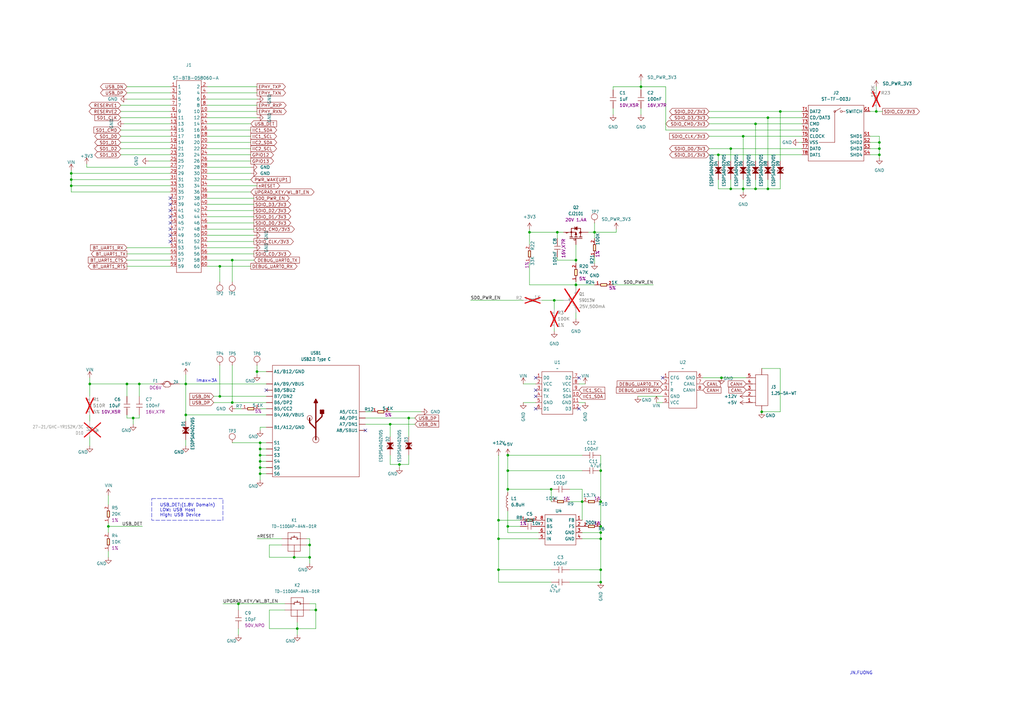
<source format=kicad_sch>
(kicad_sch (version 20231120) (generator "eeschema") (generator_version "8.0")
  (paper "A3")
  (junction (at 360.68 58.42))
  (junction (at 243.84 95.25))
  (junction (at 120.65 228.6))
  (junction (at 95.25 165.1))
  (junction (at 304.8 55.88))
  (junction (at 246.38 233.68))
  (junction (at 294.64 63.5))
  (junction (at 127 223.52))
  (junction (at 76.2 170.18))
  (junction (at 312.42 168.91))
  (junction (at 97.79 247.65))
  (junction (at 29.21 71.12))
  (junction (at 246.38 220.98))
  (junction (at 299.72 60.96))
  (junction (at 359.41 45.72))
  (junction (at 217.17 95.25))
  (junction (at 44.45 215.9))
  (junction (at 160.02 173.99))
  (junction (at 320.04 45.72))
  (junction (at 163.83 190.5))
  (junction (at 106.68 184.15))
  (junction (at 208.28 186.69))
  (junction (at 167.64 171.45))
  (junction (at 106.68 194.31))
  (junction (at 106.68 181.61))
  (junction (at 360.68 63.5))
  (junction (at 106.68 191.77))
  (junction (at 262.89 35.56))
  (junction (at 208.28 200.66))
  (junction (at 127 228.6))
  (junction (at 208.28 193.04))
  (junction (at 295.91 154.94))
  (junction (at 246.38 193.04))
  (junction (at 52.07 157.48))
  (junction (at 90.17 162.56))
  (junction (at 304.8 77.47))
  (junction (at 90.17 109.22))
  (junction (at 106.68 189.23))
  (junction (at 309.88 77.47))
  (junction (at 360.68 60.96))
  (junction (at 314.96 48.26))
  (junction (at 106.68 186.69))
  (junction (at 121.92 257.81))
  (junction (at 76.2 157.48))
  (junction (at 54.61 171.45))
  (junction (at 204.47 220.98))
  (junction (at 204.47 213.36))
  (junction (at 309.88 50.8))
  (junction (at 29.21 73.66))
  (junction (at 227.33 123.19))
  (junction (at 29.21 76.2))
  (junction (at 228.6 95.25))
  (junction (at 105.41 152.4))
  (junction (at 246.38 218.44))
  (junction (at 204.47 233.68))
  (junction (at 236.22 106.68))
  (junction (at 36.83 157.48))
  (junction (at 129.54 250.19))
  (junction (at 238.76 205.74))
  (junction (at 246.38 215.9))
  (junction (at 299.72 77.47))
  (junction (at 95.25 106.68))
  (junction (at 226.06 200.66))
  (junction (at 208.28 215.9))
  (junction (at 314.96 77.47))
  (junction (at 246.38 238.76))
  (junction (at 236.22 116.84))
  (junction (at 246.38 205.74))
  (junction (at 57.15 157.48))
  (no_connect (at 219.71 160.02))
  (no_connect (at 271.78 154.94))
  (no_connect (at 69.85 81.28))
  (no_connect (at 69.85 93.98))
  (no_connect (at 149.86 176.53))
  (no_connect (at 237.49 167.64))
  (no_connect (at 219.71 162.56))
  (no_connect (at 69.85 86.36))
  (no_connect (at 69.85 83.82))
  (no_connect (at 69.85 91.44))
  (no_connect (at 219.71 167.64))
  (no_connect (at 237.49 154.94))
  (no_connect (at 69.85 88.9))
  (no_connect (at 109.22 160.02))
  (no_connect (at 69.85 99.06))
  (no_connect (at 69.85 96.52))
  (no_connect (at 219.71 154.94))
  (wire (pts (xy 328.93 53.34) (xy 273.05 53.34)))
  (wire (pts (xy 299.72 77.47) (xy 304.8 77.47)))
  (wire (pts (xy 29.21 71.12) (xy 29.21 73.66)))
  (wire (pts (xy 299.72 60.96) (xy 299.72 66.04)))
  (wire (pts (xy 304.8 77.47) (xy 304.8 78.74)))
  (wire (pts (xy 104.14 93.98) (xy 85.09 93.98)))
  (wire (pts (xy 273.05 35.56) (xy 262.89 35.56)))
  (wire (pts (xy 106.68 167.64) (xy 109.22 167.64)))
  (wire (pts (xy 76.2 180.34) (xy 76.2 182.88)))
  (wire (pts (xy 320.04 151.13) (xy 320.04 168.91)))
  (wire (pts (xy 90.17 162.56) (xy 109.22 162.56)))
  (wire (pts (xy 226.06 238.76) (xy 204.47 238.76)))
  (wire (pts (xy 208.28 215.9) (xy 213.36 215.9)))
  (wire (pts (xy 106.68 184.15) (xy 106.68 186.69)))
  (wire (pts (xy 90.17 109.22) (xy 102.87 109.22)))
  (wire (pts (xy 110.49 257.81) (xy 121.92 257.81)))
  (wire (pts (xy 97.79 247.65) (xy 97.79 250.19)))
  (wire (pts (xy 290.83 45.72) (xy 320.04 45.72)))
  (wire (pts (xy 208.28 200.66) (xy 226.06 200.66)))
  (wire (pts (xy 246.38 220.98) (xy 238.76 220.98)))
  (wire (pts (xy 105.41 152.4) (xy 105.41 153.67)))
  (wire (pts (xy 217.17 95.25) (xy 228.6 95.25)))
  (wire (pts (xy 85.09 71.12) (xy 102.87 71.12)))
  (wire (pts (xy 104.14 91.44) (xy 85.09 91.44)))
  (wire (pts (xy 49.53 45.72) (xy 69.85 45.72)))
  (wire (pts (xy 241.3 95.25) (xy 243.84 95.25)))
  (wire (pts (xy 57.15 157.48) (xy 57.15 162.56)))
  (wire (pts (xy 97.79 257.81) (xy 97.79 260.35)))
  (wire (pts (xy 127 220.98) (xy 127 223.52)))
  (wire (pts (xy 320.04 45.72) (xy 320.04 66.04)))
  (wire (pts (xy 106.68 175.26) (xy 106.68 176.53)))
  (wire (pts (xy 356.87 60.96) (xy 360.68 60.96)))
  (wire (pts (xy 115.57 223.52) (xy 110.49 223.52)))
  (wire (pts (xy 246.38 218.44) (xy 246.38 220.98)))
  (wire (pts (xy 44.45 214.63) (xy 44.45 215.9)))
  (wire (pts (xy 295.91 154.94) (xy 306.07 154.94)))
  (wire (pts (xy 208.28 193.04) (xy 238.76 193.04)))
  (wire (pts (xy 294.64 63.5) (xy 328.93 63.5)))
  (wire (pts (xy 251.46 35.56) (xy 251.46 36.83)))
  (wire (pts (xy 44.45 226.06) (xy 44.45 228.6)))
  (wire (pts (xy 233.68 238.76) (xy 246.38 238.76)))
  (wire (pts (xy 36.83 170.18) (xy 36.83 172.72)))
  (wire (pts (xy 73.66 157.48) (xy 76.2 157.48)))
  (wire (pts (xy 290.83 55.88) (xy 304.8 55.88)))
  (wire (pts (xy 204.47 186.69) (xy 204.47 213.36)))
  (wire (pts (xy 163.83 190.5) (xy 167.64 190.5)))
  (wire (pts (xy 359.41 44.45) (xy 359.41 45.72)))
  (wire (pts (xy 95.25 165.1) (xy 109.22 165.1)))
  (wire (pts (xy 95.25 149.86) (xy 95.25 165.1)))
  (wire (pts (xy 304.8 55.88) (xy 304.8 66.04)))
  (wire (pts (xy 76.2 157.48) (xy 109.22 157.48)))
  (wire (pts (xy 359.41 35.56) (xy 359.41 36.83)))
  (wire (pts (xy 76.2 153.67) (xy 76.2 157.48)))
  (wire (pts (xy 109.22 181.61) (xy 106.68 181.61)))
  (wire (pts (xy 95.25 106.68) (xy 95.25 115.57)))
  (wire (pts (xy 90.17 149.86) (xy 90.17 162.56)))
  (wire (pts (xy 240.03 165.1) (xy 237.49 165.1)))
  (wire (pts (xy 109.22 191.77) (xy 106.68 191.77)))
  (wire (pts (xy 121.92 257.81) (xy 121.92 255.27)))
  (wire (pts (xy 127 250.19) (xy 129.54 250.19)))
  (wire (pts (xy 320.04 168.91) (xy 312.42 168.91)))
  (wire (pts (xy 110.49 223.52) (xy 110.49 228.6)))
  (wire (pts (xy 105.41 35.56) (xy 85.09 35.56)))
  (wire (pts (xy 104.14 88.9) (xy 85.09 88.9)))
  (wire (pts (xy 360.68 58.42) (xy 360.68 60.96)))
  (wire (pts (xy 105.41 43.18) (xy 85.09 43.18)))
  (wire (pts (xy 294.64 63.5) (xy 294.64 66.04)))
  (wire (pts (xy 356.87 58.42) (xy 360.68 58.42)))
  (wire (pts (xy 102.87 73.66) (xy 85.09 73.66)))
  (wire (pts (xy 304.8 55.88) (xy 328.93 55.88)))
  (wire (pts (xy 52.07 38.1) (xy 69.85 38.1)))
  (wire (pts (xy 167.64 171.45) (xy 170.18 171.45)))
  (wire (pts (xy 160.02 186.69) (xy 160.02 190.5)))
  (wire (pts (xy 314.96 48.26) (xy 314.96 66.04)))
  (wire (pts (xy 104.14 86.36) (xy 85.09 86.36)))
  (wire (pts (xy 85.09 109.22) (xy 90.17 109.22)))
  (wire (pts (xy 243.84 95.25) (xy 243.84 97.79)))
  (wire (pts (xy 320.04 77.47) (xy 320.04 73.66)))
  (wire (pts (xy 356.87 45.72) (xy 359.41 45.72)))
  (wire (pts (xy 104.14 83.82) (xy 85.09 83.82)))
  (wire (pts (xy 29.21 71.12) (xy 69.85 71.12)))
  (wire (pts (xy 251.46 116.84) (xy 267.97 116.84)))
  (wire (pts (xy 102.87 58.42) (xy 85.09 58.42)))
  (wire (pts (xy 90.17 109.22) (xy 90.17 115.57)))
  (wire (pts (xy 227.33 134.62) (xy 227.33 135.89)))
  (wire (pts (xy 204.47 213.36) (xy 213.36 213.36)))
  (wire (pts (xy 87.63 165.1) (xy 95.25 165.1)))
  (wire (pts (xy 309.88 73.66) (xy 309.88 77.47)))
  (wire (pts (xy 204.47 213.36) (xy 204.47 220.98)))
  (wire (pts (xy 294.64 77.47) (xy 299.72 77.47)))
  (wire (pts (xy 76.2 170.18) (xy 76.2 157.48)))
  (wire (pts (xy 149.86 173.99) (xy 160.02 173.99)))
  (wire (pts (xy 106.68 189.23) (xy 106.68 191.77)))
  (wire (pts (xy 91.44 247.65) (xy 97.79 247.65)))
  (wire (pts (xy 208.28 218.44) (xy 208.28 215.9)))
  (wire (pts (xy 246.38 186.69) (xy 246.38 193.04)))
  (wire (pts (xy 314.96 77.47) (xy 320.04 77.47)))
  (wire (pts (xy 243.84 95.25) (xy 252.73 95.25)))
  (wire (pts (xy 127 228.6) (xy 127 223.52)))
  (wire (pts (xy 110.49 250.19) (xy 110.49 257.81)))
  (wire (pts (xy 121.92 257.81) (xy 121.92 260.35)))
  (wire (pts (xy 116.84 250.19) (xy 110.49 250.19)))
  (wire (pts (xy 290.83 63.5) (xy 294.64 63.5)))
  (wire (pts (xy 29.21 73.66) (xy 69.85 73.66)))
  (wire (pts (xy 214.63 157.48) (xy 219.71 157.48)))
  (wire (pts (xy 120.65 228.6) (xy 127 228.6)))
  (wire (pts (xy 204.47 233.68) (xy 226.06 233.68)))
  (wire (pts (xy 238.76 186.69) (xy 208.28 186.69)))
  (wire (pts (xy 102.87 53.34) (xy 85.09 53.34)))
  (wire (pts (xy 97.79 247.65) (xy 116.84 247.65)))
  (wire (pts (xy 217.17 93.98) (xy 217.17 95.25)))
  (wire (pts (xy 96.52 167.64) (xy 99.06 167.64)))
  (wire (pts (xy 208.28 200.66) (xy 208.28 193.04)))
  (wire (pts (xy 269.24 165.1) (xy 271.78 165.1)))
  (wire (pts (xy 309.88 77.47) (xy 314.96 77.47)))
  (wire (pts (xy 163.83 190.5) (xy 163.83 191.77)))
  (wire (pts (xy 220.98 218.44) (xy 208.28 218.44)))
  (wire (pts (xy 327.66 58.42) (xy 328.93 58.42)))
  (wire (pts (xy 127 223.52) (xy 125.73 223.52)))
  (wire (pts (xy 246.38 218.44) (xy 238.76 218.44)))
  (wire (pts (xy 54.61 171.45) (xy 57.15 171.45)))
  (wire (pts (xy 356.87 63.5) (xy 360.68 63.5)))
  (wire (pts (xy 85.09 66.04) (xy 102.87 66.04)))
  (wire (pts (xy 106.68 191.77) (xy 106.68 194.31)))
  (wire (pts (xy 104.14 81.28) (xy 85.09 81.28)))
  (wire (pts (xy 261.62 162.56) (xy 271.78 162.56)))
  (wire (pts (xy 204.47 220.98) (xy 220.98 220.98)))
  (wire (pts (xy 29.21 69.85) (xy 29.21 71.12)))
  (wire (pts (xy 304.8 73.66) (xy 304.8 77.47)))
  (wire (pts (xy 106.68 184.15) (xy 109.22 184.15)))
  (wire (pts (xy 262.89 44.45) (xy 262.89 46.99)))
  (wire (pts (xy 87.63 162.56) (xy 90.17 162.56)))
  (wire (pts (xy 105.41 40.64) (xy 85.09 40.64)))
  (wire (pts (xy 127 228.6) (xy 127 231.14)))
  (wire (pts (xy 167.64 190.5) (xy 167.64 186.69)))
  (wire (pts (xy 240.03 157.48) (xy 237.49 157.48)))
  (wire (pts (xy 109.22 175.26) (xy 106.68 175.26)))
  (wire (pts (xy 35.56 67.31) (xy 35.56 68.58)))
  (wire (pts (xy 290.83 48.26) (xy 314.96 48.26)))
  (wire (pts (xy 44.45 215.9) (xy 44.45 218.44)))
  (wire (pts (xy 85.09 68.58) (xy 102.87 68.58)))
  (wire (pts (xy 52.07 170.18) (xy 52.07 171.45)))
  (wire (pts (xy 309.88 50.8) (xy 309.88 66.04)))
  (wire (pts (xy 95.25 106.68) (xy 104.14 106.68)))
  (wire (pts (xy 208.28 186.69) (xy 208.28 193.04)))
  (wire (pts (xy 57.15 171.45) (xy 57.15 170.18)))
  (wire (pts (xy 238.76 205.74) (xy 238.76 213.36)))
  (wire (pts (xy 217.17 116.84) (xy 236.22 116.84)))
  (wire (pts (xy 127 247.65) (xy 129.54 247.65)))
  (wire (pts (xy 236.22 106.68) (xy 236.22 107.95)))
  (wire (pts (xy 49.53 58.42) (xy 69.85 58.42)))
  (wire (pts (xy 129.54 257.81) (xy 121.92 257.81)))
  (wire (pts (xy 273.05 53.34) (xy 273.05 35.56)))
  (wire (pts (xy 52.07 106.68) (xy 69.85 106.68)))
  (wire (pts (xy 233.68 233.68) (xy 246.38 233.68)))
  (wire (pts (xy 314.96 48.26) (xy 328.93 48.26)))
  (wire (pts (xy 228.6 95.25) (xy 228.6 97.79)))
  (wire (pts (xy 236.22 128.27) (xy 236.22 130.81)))
  (wire (pts (xy 129.54 247.65) (xy 129.54 250.19)))
  (wire (pts (xy 360.68 55.88) (xy 360.68 58.42)))
  (wire (pts (xy 217.17 95.25) (xy 217.17 100.33)))
  (wire (pts (xy 246.38 215.9) (xy 246.38 218.44)))
  (wire (pts (xy 106.68 181.61) (xy 106.68 184.15)))
  (wire (pts (xy 320.04 45.72) (xy 328.93 45.72)))
  (wire (pts (xy 105.41 149.86) (xy 105.41 152.4)))
  (wire (pts (xy 238.76 205.74) (xy 233.68 205.74)))
  (wire (pts (xy 243.84 105.41) (xy 243.84 107.95)))
  (wire (pts (xy 236.22 100.33) (xy 236.22 106.68)))
  (wire (pts (xy 262.89 33.02) (xy 262.89 35.56)))
  (wire (pts (xy 49.53 55.88) (xy 69.85 55.88)))
  (wire (pts (xy 149.86 168.91) (xy 152.4 168.91)))
  (wire (pts (xy 105.41 38.1) (xy 85.09 38.1)))
  (wire (pts (xy 95.25 181.61) (xy 106.68 181.61)))
  (wire (pts (xy 243.84 91.44) (xy 243.84 95.25)))
  (wire (pts (xy 105.41 76.2) (xy 85.09 76.2)))
  (wire (pts (xy 304.8 77.47) (xy 309.88 77.47)))
  (wire (pts (xy 125.73 220.98) (xy 127 220.98)))
  (wire (pts (xy 160.02 190.5) (xy 163.83 190.5)))
  (wire (pts (xy 226.06 200.66) (xy 226.06 205.74)))
  (wire (pts (xy 290.83 60.96) (xy 299.72 60.96)))
  (wire (pts (xy 106.68 186.69) (xy 106.68 189.23)))
  (wire (pts (xy 102.87 60.96) (xy 85.09 60.96)))
  (wire (pts (xy 110.49 228.6) (xy 120.65 228.6)))
  (wire (pts (xy 102.87 55.88) (xy 85.09 55.88)))
  (wire (pts (xy 52.07 162.56) (xy 52.07 157.48)))
  (wire (pts (xy 129.54 250.19) (xy 129.54 257.81)))
  (wire (pts (xy 60.96 66.04) (xy 69.85 66.04)))
  (wire (pts (xy 295.91 154.94) (xy 288.29 154.94)))
  (wire (pts (xy 228.6 105.41) (xy 228.6 106.68)))
  (wire (pts (xy 104.14 101.6) (xy 85.09 101.6)))
  (wire (pts (xy 52.07 35.56) (xy 69.85 35.56)))
  (wire (pts (xy 314.96 73.66) (xy 314.96 77.47)))
  (wire (pts (xy 52.07 40.64) (xy 69.85 40.64)))
  (wire (pts (xy 217.17 107.95) (xy 217.17 116.84)))
  (wire (pts (xy 160.02 173.99) (xy 170.18 173.99)))
  (wire (pts (xy 290.83 50.8) (xy 309.88 50.8)))
  (wire (pts (xy 85.09 106.68) (xy 95.25 106.68)))
  (wire (pts (xy 214.63 165.1) (xy 219.71 165.1)))
  (wire (pts (xy 246.38 205.74) (xy 246.38 215.9)))
  (wire (pts (xy 246.38 238.76) (xy 246.38 233.68)))
  (wire (pts (xy 29.21 76.2) (xy 29.21 78.74)))
  (wire (pts (xy 309.88 50.8) (xy 328.93 50.8)))
  (wire (pts (xy 246.38 193.04) (xy 246.38 205.74)))
  (wire (pts (xy 104.14 99.06) (xy 85.09 99.06)))
  (wire (pts (xy 85.09 63.5) (xy 102.87 63.5)))
  (wire (pts (xy 167.64 171.45) (xy 167.64 179.07)))
  (wire (pts (xy 109.22 170.18) (xy 76.2 170.18)))
  (wire (pts (xy 29.21 78.74) (xy 69.85 78.74)))
  (wire (pts (xy 360.68 63.5) (xy 360.68 64.77)))
  (wire (pts (xy 105.41 48.26) (xy 85.09 48.26)))
  (wire (pts (xy 299.72 60.96) (xy 328.93 60.96)))
  (wire (pts (xy 36.83 157.48) (xy 52.07 157.48)))
  (wire (pts (xy 246.38 220.98) (xy 246.38 233.68)))
  (wire (pts (xy 356.87 55.88) (xy 360.68 55.88)))
  (wire (pts (xy 44.45 215.9) (xy 58.42 215.9)))
  (wire (pts (xy 35.56 68.58) (xy 69.85 68.58)))
  (wire (pts (xy 44.45 203.2) (xy 44.45 207.01)))
  (wire (pts (xy 222.25 123.19) (xy 227.33 123.19)))
  (wire (pts (xy 252.73 93.98) (xy 252.73 95.25)))
  (wire (pts (xy 109.22 194.31) (xy 106.68 194.31)))
  (wire (pts (xy 236.22 115.57) (xy 236.22 116.84)))
  (wire (pts (xy 106.68 194.31) (xy 106.68 196.85)))
  (wire (pts (xy 160.02 173.99) (xy 160.02 179.07)))
  (wire (pts (xy 105.41 220.98) (xy 115.57 220.98)))
  (wire (pts (xy 231.14 95.25) (xy 228.6 95.25)))
  (wire (pts (xy 29.21 76.2) (xy 69.85 76.2)))
  (wire (pts (xy 359.41 45.72) (xy 361.95 45.72)))
  (wire (pts (xy 52.07 157.48) (xy 57.15 157.48)))
  (wire (pts (xy 104.14 96.52) (xy 85.09 96.52)))
  (wire (pts (xy 238.76 205.74) (xy 238.76 200.66)))
  (wire (pts (xy 109.22 189.23) (xy 106.68 189.23)))
  (wire (pts (xy 251.46 44.45) (xy 251.46 46.99)))
  (wire (pts (xy 262.89 35.56) (xy 251.46 35.56)))
  (wire (pts (xy 262.89 35.56) (xy 262.89 36.83)))
  (wire (pts (xy 76.2 170.18) (xy 76.2 172.72)))
  (wire (pts (xy 299.72 73.66) (xy 299.72 77.47)))
  (wire (pts (xy 52.07 171.45) (xy 54.61 171.45)))
  (wire (pts (xy 227.33 123.19) (xy 231.14 123.19)))
  (wire (pts (xy 204.47 220.98) (xy 204.47 233.68)))
  (wire (pts (xy 49.53 60.96) (xy 69.85 60.96)))
  (wire (pts (xy 36.83 179.07) (xy 36.83 182.88)))
  (wire (pts (xy 106.68 186.69) (xy 109.22 186.69)))
  (wire (pts (xy 57.15 157.48) (xy 63.5 157.48)))
  (wire (pts (xy 102.87 50.8) (xy 85.09 50.8)))
  (wire (pts (xy 228.6 106.68) (xy 236.22 106.68)))
  (wire (pts (xy 36.83 154.94) (xy 36.83 157.48)))
  (wire (pts (xy 102.87 78.74) (xy 85.09 78.74)))
  (wire (pts (xy 312.42 151.13) (xy 320.04 151.13)))
  (wire (pts (xy 52.07 101.6) (xy 69.85 101.6)))
  (wire (pts (xy 49.53 48.26) (xy 69.85 48.26)))
  (wire (pts (xy 29.21 73.66) (xy 29.21 76.2)))
  (wire (pts (xy 49.53 53.34) (xy 69.85 53.34)))
  (wire (pts (xy 236.22 116.84) (xy 236.22 118.11)))
  (wire (pts (xy 227.33 123.19) (xy 227.33 127)))
  (wire (pts (xy 193.04 123.19) (xy 214.63 123.19)))
  (wire (pts (xy 208.28 201.93) (xy 208.28 200.66)))
  (wire (pts (xy 105.41 45.72) (xy 85.09 45.72)))
  (wire (pts (xy 54.61 171.45) (xy 54.61 173.99)))
  (wire (pts (xy 360.68 60.96) (xy 360.68 63.5)))
  (wire (pts (xy 52.07 104.14) (xy 69.85 104.14)))
  (wire (pts (xy 149.86 171.45) (xy 167.64 171.45)))
  (wire (pts (xy 50.8 50.8) (xy 69.85 50.8)))
  (wire (pts (xy 236.22 116.84) (xy 243.84 116.84)))
  (wire (pts (xy 160.02 168.91) (xy 172.72 168.91)))
  (wire (pts (xy 208.28 209.55) (xy 208.28 215.9)))
  (wire (pts (xy 69.85 43.18) (xy 49.53 43.18)))
  (wire (pts (xy 294.64 73.66) (xy 294.64 77.47)))
  (wire (pts (xy 49.53 63.5) (xy 69.85 63.5)))
  (wire (pts (xy 36.83 157.48) (xy 36.83 162.56)))
  (wire (pts (xy 109.22 152.4) (xy 105.41 152.4)))
  (wire (pts (xy 204.47 238.76) (xy 204.47 233.68)))
  (wire (pts (xy 238.76 200.66) (xy 233.68 200.66)))
  (wire (pts (xy 104.14 104.14) (xy 85.09 104.14)))
  (wire (pts (xy 52.07 109.22) (xy 69.85 109.22)))
  (rectangle (start 62.23 204.47) (end 91.44 213.36) (stroke (width 0) (type dash)))
  (text "JN.FUONG" (at 348.488 276.86 0) (effects (font (size 1.27 1.27)) (justify left bottom)))
  (text "USB_DET:(1.8V Domain)\nLOW: USB Host\nHigh: USB Device" (at 65.532 209.296 0) (effects (font (size 1.27 1.27)) (justify left)))
  (text "Imax=3A\n" (at 80.518 156.972 0) (effects (font (size 1.27 1.27)) (justify left bottom)))
  (label "SD0_PWR_EN" (at 267.97 116.84 180))
  (label "SD0_PWR_EN" (at 193.04 123.19 0))
  (label "nRESET" (at 105.41 220.98 0))
  (label "USB_DET" (at 58.42 215.9 180))
  (label "UPGRAD_KEY{slash}WL_BT_EN" (at 91.44 247.65 0))
  (global_label "EPHY_RXP" (shape output) (at 105.41 43.18 0) (property "Intersheetrefs" "${INTERSHEET_REFS}" (effects (hide yes))))
  (global_label "USB_DP" (shape input) (at 170.18 171.45 0) (property "Intersheetrefs" "${INTERSHEET_REFS}" (effects (hide yes))))
  (global_label "USB_DN" (shape input) (at 87.63 162.56 180) (property "Intersheetrefs" "${INTERSHEET_REFS}" (effects (hide yes))))
  (global_label "IIC1_SCL" (shape output) (at 102.87 55.88 0) (property "Intersheetrefs" "${INTERSHEET_REFS}" (effects (hide yes))))
  (global_label "CANL" (shape input) (at 306.07 160.02 180) (property "Intersheetrefs" "${INTERSHEET_REFS}" (effects (hide yes))))
  (global_label "IIC2_SCL" (shape output) (at 102.87 60.96 0) (property "Intersheetrefs" "${INTERSHEET_REFS}" (effects (hide yes))))
  (global_label "SDIO_CLK{slash}3V3" (shape input) (at 290.83 55.88 180) (property "Intersheetrefs" "${INTERSHEET_REFS}" (effects (hide yes))))
  (global_label "IIC1_SCL" (shape input) (at 237.49 160.02 0) (property "Intersheetrefs" "${INTERSHEET_REFS}" (effects (hide yes))))
  (global_label "IIC1_SDA" (shape output) (at 102.87 53.34 0) (property "Intersheetrefs" "${INTERSHEET_REFS}" (effects (hide yes))))
  (global_label "BT_UART1_RTS" (shape output) (at 52.07 109.22 180) (property "Intersheetrefs" "${INTERSHEET_REFS}" (effects (hide yes))))
  (global_label "USB_DN" (shape input) (at 170.18 173.99 0) (property "Intersheetrefs" "${INTERSHEET_REFS}" (effects (hide yes))))
  (global_label "BT_UART1_TX" (shape output) (at 52.07 104.14 180) (property "Intersheetrefs" "${INTERSHEET_REFS}" (effects (hide yes))))
  (global_label "USB_DN" (shape bidirectional) (at 52.07 35.56 180) (property "Intersheetrefs" "${INTERSHEET_REFS}" (effects (hide yes))))
  (global_label "SDIO_D3{slash}3V3" (shape output) (at 104.14 83.82 0) (property "Intersheetrefs" "${INTERSHEET_REFS}" (effects (hide yes))))
  (global_label "IIC2_SDA" (shape output) (at 102.87 58.42 0) (property "Intersheetrefs" "${INTERSHEET_REFS}" (effects (hide yes))))
  (global_label "SDIO_CMD{slash}3V3" (shape bidirectional) (at 290.83 50.8 180) (property "Intersheetrefs" "${INTERSHEET_REFS}" (effects (hide yes))))
  (global_label "nRESET" (shape output) (at 105.41 76.2 0) (property "Intersheetrefs" "${INTERSHEET_REFS}" (effects (hide yes))))
  (global_label "SD1_D3" (shape bidirectional) (at 49.53 63.5 180) (property "Intersheetrefs" "${INTERSHEET_REFS}" (effects (hide yes))))
  (global_label "SD0_PWR_EN" (shape output) (at 104.14 81.28 0) (property "Intersheetrefs" "${INTERSHEET_REFS}" (effects (hide yes))))
  (global_label "RESERVE1" (shape bidirectional) (at 49.53 43.18 180) (property "Intersheetrefs" "${INTERSHEET_REFS}" (effects (hide yes))))
  (global_label "IIC1_SDA" (shape input) (at 237.49 162.56 0) (property "Intersheetrefs" "${INTERSHEET_REFS}" (effects (hide yes))))
  (global_label "CANH" (shape input) (at 288.29 160.02 0) (property "Intersheetrefs" "${INTERSHEET_REFS}" (effects (hide yes))))
  (global_label "SDIO_CMD{slash}3V3" (shape output) (at 104.14 93.98 0) (property "Intersheetrefs" "${INTERSHEET_REFS}" (effects (hide yes))))
  (global_label "DEBUG_UART0_RX" (shape output) (at 102.87 109.22 0) (property "Intersheetrefs" "${INTERSHEET_REFS}" (effects (hide yes))))
  (global_label "GPIO13" (shape output) (at 102.87 66.04 0) (property "Intersheetrefs" "${INTERSHEET_REFS}" (effects (hide yes))))
  (global_label "SDIO_D1{slash}3V3" (shape output) (at 104.14 88.9 0) (property "Intersheetrefs" "${INTERSHEET_REFS}" (effects (hide yes))))
  (global_label "SDIO_CLK{slash}3V3" (shape output) (at 104.14 99.06 0) (property "Intersheetrefs" "${INTERSHEET_REFS}" (effects (hide yes))))
  (global_label "USB_DP" (shape bidirectional) (at 52.07 38.1 180) (property "Intersheetrefs" "${INTERSHEET_REFS}" (effects (hide yes))))
  (global_label "RESERVE2" (shape bidirectional) (at 49.53 45.72 180) (property "Intersheetrefs" "${INTERSHEET_REFS}" (effects (hide yes))))
  (global_label "USB_DET" (shape input) (at 102.87 50.8 0) (property "Intersheetrefs" "${INTERSHEET_REFS}" (effects (hide yes))))
  (global_label "SDIO_D1{slash}3V3" (shape bidirectional) (at 290.83 63.5 180) (property "Intersheetrefs" "${INTERSHEET_REFS}" (effects (hide yes))))
  (global_label "SDIO_D0{slash}3V3" (shape output) (at 104.14 91.44 0) (property "Intersheetrefs" "${INTERSHEET_REFS}" (effects (hide yes))))
  (global_label "SDIO_D0{slash}3V3" (shape bidirectional) (at 290.83 60.96 180) (property "Intersheetrefs" "${INTERSHEET_REFS}" (effects (hide yes))))
  (global_label "BT_UART1_RX" (shape input) (at 52.07 101.6 180) (property "Intersheetrefs" "${INTERSHEET_REFS}" (effects (hide yes))))
  (global_label "SDIO_D3{slash}3V3" (shape bidirectional) (at 290.83 48.26 180) (property "Intersheetrefs" "${INTERSHEET_REFS}" (effects (hide yes))))
  (global_label "BT_UART1_CTS" (shape input) (at 52.07 106.68 180) (property "Intersheetrefs" "${INTERSHEET_REFS}" (effects (hide yes))))
  (global_label "SD1_D0" (shape bidirectional) (at 49.53 55.88 180) (property "Intersheetrefs" "${INTERSHEET_REFS}" (effects (hide yes))))
  (global_label "SDIO_CD{slash}3V3" (shape output) (at 104.14 104.14 0) (property "Intersheetrefs" "${INTERSHEET_REFS}" (effects (hide yes))))
  (global_label "USB_DP" (shape input) (at 87.63 165.1 180) (property "Intersheetrefs" "${INTERSHEET_REFS}" (effects (hide yes))))
  (global_label "SDIO_D2{slash}3V3" (shape output) (at 104.14 86.36 0) (property "Intersheetrefs" "${INTERSHEET_REFS}" (effects (hide yes))))
  (global_label "SD1_CMD" (shape input) (at 49.53 53.34 180) (property "Intersheetrefs" "${INTERSHEET_REFS}" (effects (hide yes))))
  (global_label "SDIO_CD{slash}3V3" (shape output) (at 361.95 45.72 0) (property "Intersheetrefs" "${INTERSHEET_REFS}" (effects (hide yes))))
  (global_label "CANL" (shape input) (at 288.29 157.48 0) (property "Intersheetrefs" "${INTERSHEET_REFS}" (effects (hide yes))))
  (global_label "DEBUG_UART0_RX" (shape input) (at 271.78 160.02 180) (property "Intersheetrefs" "${INTERSHEET_REFS}" (effects (hide yes))))
  (global_label "DEBUG_UART0_TX" (shape input) (at 104.14 106.68 0) (property "Intersheetrefs" "${INTERSHEET_REFS}" (effects (hide yes))))
  (global_label "UPGRAD_KEY{slash}WL_BT_EN" (shape bidirectional) (at 102.87 78.74 0) (property "Intersheetrefs" "${INTERSHEET_REFS}" (effects (hide yes))))
  (global_label "EPHY_TXN" (shape output) (at 105.41 38.1 0) (property "Intersheetrefs" "${INTERSHEET_REFS}" (effects (hide yes))))
  (global_label "DEBUG_UART0_TX" (shape input) (at 271.78 157.48 180) (property "Intersheetrefs" "${INTERSHEET_REFS}" (effects (hide yes))))
  (global_label "GPIO12" (shape output) (at 102.87 63.5 0) (property "Intersheetrefs" "${INTERSHEET_REFS}" (effects (hide yes))))
  (global_label "EPHY_TXP" (shape output) (at 105.41 35.56 0) (property "Intersheetrefs" "${INTERSHEET_REFS}" (effects (hide yes))))
  (global_label "SD1_CLK" (shape input) (at 49.53 48.26 180) (property "Intersheetrefs" "${INTERSHEET_REFS}" (effects (hide yes))))
  (global_label "PWR_WAKEUP1" (shape input) (at 102.87 73.66 0) (property "Intersheetrefs" "${INTERSHEET_REFS}" (effects (hide yes))))
  (global_label "SD1_D1" (shape bidirectional) (at 49.53 58.42 180) (property "Intersheetrefs" "${INTERSHEET_REFS}" (effects (hide yes))))
  (global_label "SDIO_D2{slash}3V3" (shape bidirectional) (at 290.83 45.72 180) (property "Intersheetrefs" "${INTERSHEET_REFS}" (effects (hide yes))))
  (global_label "EPHY_RXN" (shape output) (at 105.41 45.72 0) (property "Intersheetrefs" "${INTERSHEET_REFS}" (effects (hide yes))))
  (global_label "SD1_D2" (shape bidirectional) (at 49.53 60.96 180) (property "Intersheetrefs" "${INTERSHEET_REFS}" (effects (hide yes))))
  (global_label "CANH" (shape input) (at 306.07 157.48 180) (property "Intersheetrefs" "${INTERSHEET_REFS}" (effects (hide yes))))
  (symbol (lib_id "P & G:+3V3") (at 217.17 93.98 0) (unit 1)
    (property "Reference" "#PWR037" (effects (hide yes)))
    (property "Value" "+3V3" (at 217.17 88.9 0))
  )
  (symbol (lib_id "libdb:Misc/TP35C_SMD") (at 95.25 147.32 90) (unit 1)
    (property "Reference" "TP5" (at 93.726 145.034 90) (effects (font (size 1.27 1.0795)) (justify right)))
    (property "Value" "Test Point" (effects (hide yes)))
    (property "Footprint" "Misc:TP-D35MIL" (effects (hide yes)))
    (property "Description" "Test Point;TP35C_SMD" (effects (hide yes)))
    (property "SKU" "TP35C_SMD" (effects (hide yes)))
    (property "Part Type" "Test Point" (effects (hide yes)))
  )
  (symbol (lib_id "libdb:Diode/304060074") (at 76.2 176.53 90) (mirror x) (unit 1)
    (property "Reference" "D1" (at 75.184 173.736 0) (effects (font (size 1.27 1.0795))))
    (property "Value" "ESDPSA0402V05" (at 78.994 177.8 0) (effects (font (size 1.27 1.0795))))
    (property "Footprint" "Diode_SMD:ESD-0402" (effects (hide yes)))
    (property "Description" "SMD Diode ESD 0.05pF;0402" (effects (hide yes)))
    (property "Manufacturer" "SEMITEL" (effects (hide yes)))
    (property "MPN" "ESDPSA0402V05" (effects (hide yes)))
    (property "SKU" "304060074" (effects (hide yes)))
    (property "Part Type" "ESD" (effects (hide yes)))
  )
  (symbol (lib_id "P & G:GND") (at 214.63 165.1 0) (mirror y) (unit 1)
    (property "Reference" "#PWR049" (effects (hide yes)))
    (property "Value" "GND" (at 214.6301 168.91 90) (effects (justify right)))
  )
  (symbol (lib_id "libdb:Capacitors/302010004") (at 262.89 40.64 0) (unit 1)
    (property "Reference" "C2" (at 265.43 38.0999 0) (effects (justify left)))
    (property "Value" "100nF" (at 265.43 40.6399 0) (effects (justify left)))
    (property "Footprint" "Capacitor_SMD:C0402" (effects (hide yes)))
    (property "Description" "SMD CAP Ceramic 100nF-16V-10%-X7R;0402" (effects (hide yes)))
    (property "Manufacturer" "YAGEO" (effects (hide yes)))
    (property "MPN" "CC0402KRX7R7BB104" (effects (hide yes)))
    (property "SKU" "302010004" (effects (hide yes)))
    (property "Part Type" "Ceramic" (effects (hide yes)))
    (property "Voltage Rating" "16V,X7R" (at 265.43 43.1799 0) (effects (justify left)))
    (property "Status" "BeagleBone Carrier Board" (effects (hide yes)))
    (property "Temperature" "-55°C to 125°C" (effects (hide yes)))
  )
  (symbol (lib_id "libdb:Diode/304090030") (at 36.83 175.26 270) (unit 1) (dnp yes)
    (property "Reference" "D10" (at 34.29 177.6096 90) (effects (font (size 1.27 1.0795)) (justify right)))
    (property "Value" "27-21/GHC-YR1S2M/3C" (at 34.29 175.0696 90) (effects (font (size 1.27 1.0795)) (justify right)))
    (property "Footprint" "Diode:LED2-0.6X1.7MM" (effects (hide yes)))
    (property "Description" "SMD LED Clear-Green;0603(侧贴)" (effects (hide yes)))
    (property "Manufacturer" "Everlight" (effects (hide yes)))
    (property "MPN" "27-21/GHC-YR1S2M/3C" (effects (hide yes)))
    (property "SKU" "304090030" (effects (hide yes)))
    (property "Part Type" "LED" (effects (hide yes)))
  )
  (symbol (lib_id "libdb:Misc/TP35C_SMD") (at 95.25 118.11 270) (unit 1)
    (property "Reference" "TP1" (at 96.774 120.396 90) (effects (font (size 1.27 1.0795)) (justify right)))
    (property "Value" "Test Point" (effects (hide yes)))
    (property "Footprint" "Misc:TP-D35MIL" (effects (hide yes)))
    (property "Description" "Test Point;TP35C_SMD" (effects (hide yes)))
    (property "SKU" "TP35C_SMD" (effects (hide yes)))
    (property "Part Type" "Test Point" (effects (hide yes)))
  )
  (symbol (lib_id "libdb:Resistors/301010441") (at 217.17 104.14 270) (mirror x) (unit 1)
    (property "Reference" "R22" (at 218.44 98.806 0) (effects (justify right)))
    (property "Value" "33K" (at 217.678 108.966 0) (effects (justify left bottom)))
    (property "Footprint" "Resistor:R0402" (effects (hide yes)))
    (property "Description" "SMD RES 33K-1%-1/16W;0402" (effects (hide yes)))
    (property "Manufacturer" "YAGEO" (effects (hide yes)))
    (property "MPN" "RC0402FR-0733KL" (effects (hide yes)))
    (property "SKU" "301010441" (effects (hide yes)))
    (property "Resistance" "33K" (effects (hide yes)))
    (property "Part Type" "RES" (effects (hide yes)))
    (property "Power Rating" "1%" (at 216.154 108.712 0))
    (property "Status" "Recamera" (effects (hide yes)))
    (property "Temperature" "-55°C to 155°C" (effects (hide yes)))
  )
  (symbol (lib_id "P & G:GND") (at 106.68 176.53 0) (unit 1)
    (property "Reference" "#PWR011" (effects (hide yes)))
    (property "Value" "GND" (at 103.886 179.07 0))
  )
  (symbol (lib_id "libdb:Capacitors/302010004") (at 229.87 233.68 90) (unit 1)
    (property "Reference" "C3" (at 229.87 228.6 90))
    (property "Value" "100nF" (at 229.87 231.14 90))
    (property "Footprint" "Capacitor_SMD:C0402" (effects (hide yes)))
    (property "Description" "SMD CAP Ceramic 100nF-16V-10%-X7R;0402" (effects (hide yes)))
    (property "Manufacturer" "YAGEO" (effects (hide yes)))
    (property "MPN" "CC0402KRX7R7BB104" (effects (hide yes)))
    (property "SKU" "302010004" (effects (hide yes)))
    (property "Part Type" "Ceramic" (effects (hide yes)))
    (property "Voltage Rating" "16V,X7R" (effects (hide yes)))
    (property "Status" "BeagleBone Carrier Board" (effects (hide yes)))
    (property "Temperature" "-55°C to 125°C" (effects (hide yes)))
  )
  (symbol (lib_id "libdb:Diode/304060074") (at 160.02 182.88 90) (mirror x) (unit 1)
    (property "Reference" "D2" (at 159.004 180.086 0) (effects (font (size 1.27 1.0795))))
    (property "Value" "ESDPSA0402V05" (at 156.21 182.88 0) (effects (font (size 1.27 1.0795))))
    (property "Footprint" "Diode_SMD:ESD-0402" (effects (hide yes)))
    (property "Description" "SMD Diode ESD 0.05pF;0402" (effects (hide yes)))
    (property "Manufacturer" "SEMITEL" (effects (hide yes)))
    (property "MPN" "ESDPSA0402V05" (effects (hide yes)))
    (property "SKU" "304060074" (effects (hide yes)))
    (property "Part Type" "ESD" (effects (hide yes)))
  )
  (symbol (lib_id "P & G:GND") (at 163.83 191.77 0) (unit 1)
    (property "Reference" "#PWR017" (effects (hide yes)))
    (property "Value" "GND" (at 161.036 194.31 0))
  )
  (symbol (lib_id "libdb:Resistors/301010456") (at 242.57 205.74 180) (unit 1)
    (property "Reference" "R10" (at 245.364 206.756 0) (effects (justify right)))
    (property "Value" "13.7k" (at 244.602 202.438 0) (effects (justify left bottom)))
    (property "Footprint" "Resistor_SMD:R0402" (effects (hide yes)))
    (property "Description" "SMD RES 100K-1%-1/16W;0402" (effects (hide yes)))
    (property "Manufacturer" "YAGEO" (effects (hide yes)))
    (property "MPN" "RC0402FR-07100KL" (effects (hide yes)))
    (property "SKU" "301010456" (effects (hide yes)))
    (property "Resistance" "100K" (effects (hide yes)))
    (property "Part Type" "RES" (effects (hide yes)))
    (property "Power Rating" "1%" (at 245.11 204.47 0))
    (property "Status" "BeagleBone Carrier Board" (effects (hide yes)))
    (property "Temperature" "-55°C to 155°C" (effects (hide yes)))
  )
  (symbol (lib_id "libdb:Resistors/301010017") (at 156.21 168.91 0) (unit 1)
    (property "Reference" "R12" (at 151.384 167.894 0))
    (property "Value" "5.1K" (at 156.845 168.275 0) (effects (justify left bottom)))
    (property "Footprint" "Resistor:R0402" (effects (hide yes)))
    (property "Description" "SMD RES 5.1K-5%-1/16W;0402" (effects (hide yes)))
    (property "Manufacturer" "YAGEO" (effects (hide yes)))
    (property "MPN" "RC0402JR-075K1L" (effects (hide yes)))
    (property "SKU" "301010017" (effects (hide yes)))
    (property "Resistance" "5.1K" (effects (hide yes)))
    (property "Part Type" "RES" (effects (hide yes)))
    (property "Power Rating" "5%" (at 159.258 170.18 0))
    (property "Status" "Grove AI HAT for Edge Computing" (effects (hide yes)))
    (property "Temperature" "-55°C to 155°C" (effects (hide yes)))
  )
  (symbol (lib_id "P & G:GND") (at 36.83 182.88 0) (unit 1)
    (property "Reference" "#PWR033" (effects (hide yes)))
    (property "Value" "GND" (at 34.036 185.42 0))
  )
  (symbol (lib_id "P & G:+5V") (at 269.24 165.1 0) (mirror y) (unit 1)
    (property "Reference" "#PWR045" (effects (hide yes)))
    (property "Value" "VIN" (at 269.24 166.37 0))
  )
  (symbol (lib_id "P & G:+3V3") (at 35.56 67.31 0) (mirror y) (unit 1)
    (property "Reference" "#PWR02" (effects (hide yes)))
    (property "Value" "+3V3" (at 35.56 64.008 0))
  )
  (symbol (lib_id "P & G:+5V") (at 29.21 69.85 0) (mirror y) (unit 1)
    (property "Reference" "#PWR01" (effects (hide yes)))
    (property "Value" "VIN" (at 29.21 66.548 0))
  )
  (symbol (lib_id "P & G:GND") (at 102.87 68.58 90) (mirror x) (unit 1)
    (property "Reference" "#PWR06" (effects (hide yes)))
    (property "Value" "GND" (at 106.68 68.5799 90) (effects (justify right)))
  )
  (symbol (lib_id "libdb:Resistors/301010456") (at 243.84 101.6 90) (unit 1)
    (property "Reference" "R21" (at 242.824 104.394 0) (effects (justify right)))
    (property "Value" "100K" (at 245.872 100.584 0) (effects (justify left bottom)))
    (property "Footprint" "Resistor_SMD:R0402" (effects (hide yes)))
    (property "Description" "SMD RES 100K-1%-1/16W;0402" (effects (hide yes)))
    (property "Manufacturer" "YAGEO" (effects (hide yes)))
    (property "MPN" "RC0402FR-07100KL" (effects (hide yes)))
    (property "SKU" "301010456" (effects (hide yes)))
    (property "Resistance" "100K" (effects (hide yes)))
    (property "Part Type" "RES" (effects (hide yes)))
    (property "Power Rating" "1%" (at 245.11 104.14 0))
    (property "Status" "BeagleBone Carrier Board" (effects (hide yes)))
    (property "Temperature" "-55°C to 155°C" (effects (hide yes)))
  )
  (symbol (lib_id "libdb:Connector/320090000") (at 341.63 54.61 0) (unit 1)
    (property "Reference" "J2" (at 342.9 38.1 0))
    (property "Value" "ST-TF-003J" (at 342.9 40.64 0))
    (property "Footprint" "Connector:MICRO-SD-CARD-9P" (effects (hide yes)))
    (property "Description" "SMD SD Card Holder;9P-L14.7*W13.8*H1.0mm" (effects (hide yes)))
    (property "Manufacturer" "SUNGTECH" (effects (hide yes)))
    (property "MPN" "ST-TF-003J" (effects (hide yes)))
    (property "SKU" "320090000" (effects (hide yes)))
    (property "Part Type" "Connectors" (effects (hide yes)))
  )
  (symbol (lib_id "libdb:Misc/TP35C_SMD") (at 90.17 147.32 90) (unit 1)
    (property "Reference" "TP4" (at 88.646 145.034 90) (effects (font (size 1.27 1.0795)) (justify right)))
    (property "Value" "Test Point" (effects (hide yes)))
    (property "Footprint" "Misc:TP-D35MIL" (effects (hide yes)))
    (property "Description" "Test Point;TP35C_SMD" (effects (hide yes)))
    (property "SKU" "TP35C_SMD" (effects (hide yes)))
    (property "Part Type" "Test Point" (effects (hide yes)))
  )
  (symbol (lib_id "libdb:Resistors/301010006") (at 247.65 116.84 0) (unit 1)
    (property "Reference" "R24" (at 242.062 115.824 0))
    (property "Value" "1K" (at 250.698 116.586 0) (effects (justify left bottom)))
    (property "Footprint" "Resistor:R0402" (effects (hide yes)))
    (property "Description" "SMD RES 1K-5%-1/16W;0402" (effects (hide yes)))
    (property "Manufacturer" "YAGEO" (effects (hide yes)))
    (property "MPN" "RC0402JR-071KL" (effects (hide yes)))
    (property "SKU" "301010006" (effects (hide yes)))
    (property "Resistance" "1K" (effects (hide yes)))
    (property "Part Type" "RES" (effects (hide yes)))
    (property "Power Rating" "5%" (at 251.206 118.11 0))
    (property "Status" "BeagleBone Carrier Board" (effects (hide yes)))
    (property "Temperature" "-55°C to 155°C" (effects (hide yes)))
  )
  (symbol (lib_id "Connector:TTL-CAN") (at 274.32 152.4 0) (unit 1)
    (property "Reference" "U2" (at 280.035 148.59 0))
    (property "Value" "~" (at 280.035 151.13 0))
    (property "Footprint" "Connector:TTL-CAN" (effects (hide yes)))
  )
  (symbol (lib_id "P & G:+5V") (at 306.07 165.1 90) (unit 1)
    (property "Reference" "#PWR020" (effects (hide yes)))
    (property "Value" "+5V" (at 302.26 165.0999 90) (effects (justify left)))
  )
  (symbol (lib_id "P & G:+5V") (at 44.45 203.2 0) (unit 1)
    (property "Reference" "#PWR041" (effects (hide yes)))
    (property "Value" "VIN" (at 42.926 199.136 0) (effects (justify left)))
  )
  (symbol (lib_id "P & G:GND") (at 246.38 238.76 0) (mirror y) (unit 1)
    (property "Reference" "#PWR054" (effects (hide yes)))
    (property "Value" "GND" (at 246.3801 242.57 90) (effects (justify right)))
  )
  (symbol (lib_id "P & G:+5V") (at 36.83 154.94 0) (mirror y) (unit 1)
    (property "Reference" "#PWR044" (effects (hide yes)))
    (property "Value" "VIN" (at 36.83 151.638 0))
  )
  (symbol (lib_id "P & G:GND") (at 104.14 101.6 90) (mirror x) (unit 1)
    (property "Reference" "#PWR031" (effects (hide yes)))
    (property "Value" "GND" (at 109.22 101.6 0))
  )
  (symbol (lib_id "P & G:GND") (at 360.68 64.77 0) (unit 1)
    (property "Reference" "#PWR023" (effects (hide yes)))
    (property "Value" "GND" (at 360.68 69.85 0))
  )
  (symbol (lib_id "P & G:GND") (at 236.22 130.81 0) (unit 1)
    (property "Reference" "#PWR036" (effects (hide yes)))
    (property "Value" "GND" (at 236.22 135.89 0))
  )
  (symbol (lib_id "P & G:+5V") (at 214.63 157.48 0) (mirror y) (unit 1)
    (property "Reference" "#PWR048" (effects (hide yes)))
    (property "Value" "VIN" (at 214.63 154.178 0))
  )
  (symbol (lib_id "P & G:GND") (at 52.07 40.64 270) (mirror x) (unit 1)
    (property "Reference" "#PWR04" (effects (hide yes)))
    (property "Value" "GND" (at 48.26 40.6401 90) (effects (justify right)))
  )
  (symbol (lib_id "P & G:GND") (at 295.91 154.94 0) (mirror y) (unit 1)
    (property "Reference" "#PWR047" (effects (hide yes)))
    (property "Value" "GND" (at 296.672 155.194 0) (effects (justify right)))
  )
  (symbol (lib_id "power:+12V") (at 204.47 186.69 0) (unit 1)
    (property "Reference" "#PWR055" (effects (hide yes)))
    (property "Value" "+12V" (at 204.47 181.61 0))
    (property "Description" "Power symbol creates a global label with name \"+12V\"" (effects (hide yes)))
  )
  (symbol (lib_id "P & G:GND") (at 60.96 66.04 270) (mirror x) (unit 1)
    (property "Reference" "#PWR05" (effects (hide yes)))
    (property "Value" "GND" (at 55.88 66.04 0))
  )
  (symbol (lib_id "libdb:Diode/304060074") (at 167.64 182.88 90) (mirror x) (unit 1)
    (property "Reference" "D3" (at 166.624 180.34 0) (effects (font (size 1.27 1.0795))))
    (property "Value" "ESDPSA0402V05" (at 163.83 182.88 0) (effects (font (size 1.27 1.0795))))
    (property "Footprint" "Diode_SMD:ESD-0402" (effects (hide yes)))
    (property "Description" "SMD Diode ESD 0.05pF;0402" (effects (hide yes)))
    (property "Manufacturer" "SEMITEL" (effects (hide yes)))
    (property "MPN" "ESDPSA0402V05" (effects (hide yes)))
    (property "SKU" "304060074" (effects (hide yes)))
    (property "Part Type" "ESD" (effects (hide yes)))
  )
  (symbol (lib_id "Sensor_Motion:WT9011G4K") (at 222.25 152.4 0) (unit 1)
    (property "Reference" "U1" (at 228.6 148.59 0))
    (property "Value" "~" (at 228.6 151.13 0))
    (property "Footprint" "Connector:WT9011G4K" (effects (hide yes)))
  )
  (symbol (lib_id "P & G:GND") (at 240.03 165.1 0) (mirror y) (unit 1)
    (property "Reference" "#PWR050" (effects (hide yes)))
    (property "Value" "GND" (at 240.0301 168.91 90) (effects (justify right)))
  )
  (symbol (lib_id "libdb:Capacitors/302010004") (at 217.17 215.9 90) (unit 1)
    (property "Reference" "C5" (at 217.17 210.82 90))
    (property "Value" "10nF" (at 217.17 213.36 90))
    (property "Footprint" "Capacitor_SMD:C0402" (effects (hide yes)))
    (property "Description" "SMD CAP Ceramic 100nF-16V-10%-X7R;0402" (effects (hide yes)))
    (property "Manufacturer" "YAGEO" (effects (hide yes)))
    (property "MPN" "CC0402KRX7R7BB104" (effects (hide yes)))
    (property "SKU" "302010004" (effects (hide yes)))
    (property "Part Type" "Ceramic" (effects (hide yes)))
    (property "Voltage Rating" "16V,X7R" (effects (hide yes)))
    (property "Status" "BeagleBone Carrier Board" (effects (hide yes)))
    (property "Temperature" "-55°C to 125°C" (effects (hide yes)))
  )
  (symbol (lib_id "P & G:GND") (at 76.2 182.88 0) (unit 1)
    (property "Reference" "#PWR08" (effects (hide yes)))
    (property "Value" "GND" (at 73.406 185.42 0))
  )
  (symbol (lib_id "libdb:Capacitors/302010004") (at 57.15 166.37 0) (unit 1)
    (property "Reference" "C7" (at 59.69 163.8299 0) (effects (justify left)))
    (property "Value" "100nF" (at 59.69 166.3699 0) (effects (justify left)))
    (property "Footprint" "Capacitor_SMD:C0402" (effects (hide yes)))
    (property "Description" "SMD CAP Ceramic 100nF-16V-10%-X7R;0402" (effects (hide yes)))
    (property "Manufacturer" "YAGEO" (effects (hide yes)))
    (property "MPN" "CC0402KRX7R7BB104" (effects (hide yes)))
    (property "SKU" "302010004" (effects (hide yes)))
    (property "Part Type" "Ceramic" (effects (hide yes)))
    (property "Voltage Rating" "16V,X7R" (at 59.69 168.9099 0) (effects (justify left)))
    (property "Status" "BeagleBone Carrier Board" (effects (hide yes)))
    (property "Temperature" "-55°C to 125°C" (effects (hide yes)))
  )
  (symbol (lib_id "libdb:Misc/TP35C_SMD") (at 90.17 118.11 270) (unit 1)
    (property "Reference" "TP2" (at 91.694 120.396 90) (effects (font (size 1.27 1.0795)) (justify right)))
    (property "Value" "Test Point" (effects (hide yes)))
    (property "Footprint" "Misc:TP-D35MIL" (effects (hide yes)))
    (property "Description" "Test Point;TP35C_SMD" (effects (hide yes)))
    (property "SKU" "TP35C_SMD" (effects (hide yes)))
    (property "Part Type" "Test Point" (effects (hide yes)))
  )
  (symbol (lib_id "libdb:Diode/304060074") (at 314.96 69.85 90) (mirror x) (unit 1)
    (property "Reference" "D8" (at 313.944 67.056 0) (effects (font (size 1.27 1.0795))))
    (property "Value" "ESDPSA0402V05" (at 312.166 69.85 0) (effects (font (size 1.27 1.0795))))
    (property "Footprint" "Diode_SMD:ESD-0402" (effects (hide yes)))
    (property "Description" "SMD Diode ESD 0.05pF;0402" (effects (hide yes)))
    (property "Manufacturer" "SEMITEL" (effects (hide yes)))
    (property "MPN" "ESDPSA0402V05" (effects (hide yes)))
    (property "SKU" "304060074" (effects (hide yes)))
    (property "Part Type" "ESD" (effects (hide yes)))
  )
  (symbol (lib_id "P & G:GND") (at 262.89 46.99 0) (unit 1)
    (property "Reference" "#PWR016" (effects (hide yes)))
    (property "Value" "GND" (at 262.89 52.07 0))
  )
  (symbol (lib_id "P & G:GND") (at 121.92 260.35 0) (unit 1)
    (property "Reference" "#PWR027" (effects (hide yes)))
    (property "Value" "GND" (at 119.126 262.89 0))
  )
  (symbol (lib_id "libdb:Capacitors/302010040") (at 251.46 40.64 0) (unit 1)
    (property "Reference" "C1" (at 254 38.0999 0) (effects (justify left)))
    (property "Value" "1uF" (at 254 40.6399 0) (effects (justify left)))
    (property "Footprint" "Capacitor:C0402" (effects (hide yes)))
    (property "Description" "SMD CAP Ceramic 1uF-10V-10%-X5R;0402" (effects (hide yes)))
    (property "Manufacturer" "YAGEO" (effects (hide yes)))
    (property "MPN" "CC0402KRX5R6BB105" (effects (hide yes)))
    (property "SKU" "302010040" (effects (hide yes)))
    (property "Part Type" "Ceramic" (effects (hide yes)))
    (property "Voltage Rating" "10V,X5R" (at 254 43.1799 0) (effects (justify left)))
    (property "Status" "BeagleBone Carrier Board" (effects (hide yes)))
    (property "Temperature" "-55°C to 85°C" (effects (hide yes)))
  )
  (symbol (lib_id "P & G:GND") (at 251.46 46.99 0) (unit 1)
    (property "Reference" "#PWR014" (effects (hide yes)))
    (property "Value" "GND" (at 251.46 52.07 0))
  )
  (symbol (lib_id "P & G:GND") (at 54.61 173.99 0) (unit 1)
    (property "Reference" "#PWR028" (effects (hide yes)))
    (property "Value" "GND" (at 51.816 176.53 0))
  )
  (symbol (lib_id "libdb:Resistors/301010456") (at 229.87 205.74 180) (unit 1)
    (property "Reference" "R9" (at 232.664 206.756 0) (effects (justify right)))
    (property "Value" "100K" (at 228.854 203.708 0) (effects (justify left bottom)))
    (property "Footprint" "Resistor_SMD:R0402" (effects (hide yes)))
    (property "Description" "SMD RES 100K-1%-1/16W;0402" (effects (hide yes)))
    (property "Manufacturer" "YAGEO" (effects (hide yes)))
    (property "MPN" "RC0402FR-07100KL" (effects (hide yes)))
    (property "SKU" "301010456" (effects (hide yes)))
    (property "Resistance" "100K" (effects (hide yes)))
    (property "Part Type" "RES" (effects (hide yes)))
    (property "Power Rating" "1%" (at 232.41 204.47 0))
    (property "Status" "BeagleBone Carrier Board" (effects (hide yes)))
    (property "Temperature" "-55°C to 155°C" (effects (hide yes)))
  )
  (symbol (lib_id "P & G:+5V") (at 76.2 153.67 0) (unit 1)
    (property "Reference" "#PWR07" (effects (hide yes)))
    (property "Value" "+5V" (at 76.2 149.225 0))
  )
  (symbol (lib_id "libdb:Misc/TP35C_SMD") (at 95.25 179.07 90) (unit 1)
    (property "Reference" "TP3" (at 93.726 176.784 90) (effects (font (size 1.27 1.0795)) (justify right)))
    (property "Value" "Test Point" (effects (hide yes)))
    (property "Footprint" "Misc:TP-D35MIL" (effects (hide yes)))
    (property "Description" "Test Point;TP35C_SMD" (effects (hide yes)))
    (property "SKU" "TP35C_SMD" (effects (hide yes)))
    (property "Part Type" "Test Point" (effects (hide yes)))
  )
  (symbol (lib_id "libdb:Capacitors/302010103") (at 52.07 166.37 0) (mirror y) (unit 1)
    (property "Reference" "C6" (at 49.53 163.8299 0) (effects (justify left)))
    (property "Value" "10uF" (at 49.53 166.3699 0) (effects (justify left)))
    (property "Footprint" "Capacitor_SMD:C0603" (effects (hide yes)))
    (property "Description" "SMD CAP Ceramic 10uF-10V-10%-X5R;0603" (effects (hide yes)))
    (property "Manufacturer" "YAGEO" (effects (hide yes)))
    (property "MPN" "CC0603KRX5R6BB106" (effects (hide yes)))
    (property "SKU" "302010103" (effects (hide yes)))
    (property "Part Type" "Ceramic" (effects (hide yes)))
    (property "Voltage Rating" "10V,X5R" (at 49.53 168.9099 0) (effects (justify left)))
    (property "Status" "BeagleBone Carrier Board" (effects (hide yes)))
    (property "Temperature" "-55°C to 85°C" (effects (hide yes)))
  )
  (symbol (lib_id "libdb:Misc/TP35C_SMD") (at 105.41 147.32 90) (unit 1)
    (property "Reference" "TP6" (at 103.886 145.034 90) (effects (font (size 1.27 1.0795)) (justify right)))
    (property "Value" "Test Point" (effects (hide yes)))
    (property "Footprint" "Misc:TP-D35MIL" (effects (hide yes)))
    (property "Description" "Test Point;TP35C_SMD" (effects (hide yes)))
    (property "SKU" "TP35C_SMD" (effects (hide yes)))
    (property "Part Type" "Test Point" (effects (hide yes)))
  )
  (symbol (lib_id "P & G:GND") (at 96.52 167.64 270) (unit 1)
    (property "Reference" "#PWR09" (effects (hide yes)))
    (property "Value" "GND" (at 92.71 167.6399 90) (effects (justify right)))
  )
  (symbol (lib_id "P & G:GND") (at 104.14 96.52 90) (mirror x) (unit 1)
    (property "Reference" "#PWR013" (effects (hide yes)))
    (property "Value" "GND" (at 109.22 96.52 0))
  )
  (symbol (lib_id "libdb:Resistors/301010047") (at 44.45 222.25 90) (unit 1)
    (property "Reference" "R4" (at 45.72 219.7099 90) (effects (justify right)))
    (property "Value" "10K" (at 45.72 222.2499 90) (effects (justify right)))
    (property "Footprint" "Resistor:R0402" (effects (hide yes)))
    (property "Description" "SMD RES 10K-1%-1/16W;0402" (effects (hide yes)))
    (property "Manufacturer" "YAGEO" (effects (hide yes)))
    (property "MPN" "RC0402FR-0710KL" (effects (hide yes)))
    (property "SKU" "301010047" (effects (hide yes)))
    (property "Resistance" "10K" (effects (hide yes)))
    (property "Part Type" "RES" (effects (hide yes)))
    (property "Power Rating" "1%" (at 45.72 224.7899 90) (effects (justify right)))
    (property "Status" "BeagleBone Carrier Board" (effects (hide yes)))
    (property "Temperature" "-55°C to 155°C" (effects (hide yes)))
  )
  (symbol (lib_id "libdb:Switch/311990111") (at 121.92 248.92 0) (unit 1)
    (property "Reference" "K2" (at 121.92 240.03 0) (effects (font (size 1.27 1.0795))))
    (property "Value" "TD-1100AP-A4N-D1R" (at 121.92 242.57 0) (effects (font (size 1.27 1.0795))))
    (property "Footprint" "Switch:SW5-SMD-4.56X2.3X1.9MM" (effects (hide yes)))
    (property "Description" "SMD Switch;5P+2-L4.56*W1.90*H2.3mm" (effects (hide yes)))
    (property "Manufacturer" "DeYiLong" (effects (hide yes)))
    (property "MPN" "TD-1100AP-A4N-D1R" (effects (hide yes)))
    (property "SKU" "311990111" (effects (hide yes)))
    (property "Part Type" "Switch" (effects (hide yes)))
  )
  (symbol (lib_id "libdb:Capacitors/302010103") (at 229.87 238.76 90) (mirror x) (unit 1)
    (property "Reference" "C4" (at 228.6001 240.538 90) (effects (justify left)))
    (property "Value" "47uF" (at 230.124 242.316 90) (effects (justify left)))
    (property "Footprint" "Capacitor_SMD:C0603" (effects (hide yes)))
    (property "Description" "SMD CAP Ceramic 10uF-10V-10%-X5R;0603" (effects (hide yes)))
    (property "Manufacturer" "YAGEO" (effects (hide yes)))
    (property "MPN" "CC0603KRX5R6BB106" (effects (hide yes)))
    (property "SKU" "302010103" (effects (hide yes)))
    (property "Part Type" "Ceramic" (effects (hide yes)))
    (property "Voltage Rating" "10V,X5R" (effects (hide yes)))
    (property "Status" "BeagleBone Carrier Board" (effects (hide yes)))
    (property "Temperature" "-55°C to 85°C" (effects (hide yes)))
  )
  (symbol (lib_id "libdb:Transistor/305010001") (at 233.68 123.19 0) (unit 1) (dnp yes)
    (property "Reference" "Q1" (at 237.49 120.6198 0) (effects (font (size 1.27 1.0795)) (justify left)))
    (property "Value" "S9013W" (at 237.49 123.1598 0) (effects (font (size 1.27 1.0795)) (justify left)))
    (property "Footprint" "Transistor:SOT-323" (effects (hide yes)))
    (property "Description" "SMD Transistors NPN 25V-500mA;SOT-323" (effects (hide yes)))
    (property "Manufacturer" "CJ" (effects (hide yes)))
    (property "MPN" "S9013W" (effects (hide yes)))
    (property "SKU" "305010001" (effects (hide yes)))
    (property "Part Type" "NPN" (effects (hide yes)))
    (property "Rating" "25V,500mA" (at 237.49 125.6998 0) (effects (justify left)))
    (property "Temperature" "-55°C to 150°C" (effects (hide yes)))
  )
  (symbol (lib_id "P & G:+3V3") (at 252.73 93.98 0) (unit 1)
    (property "Reference" "#PWR040" (effects (hide yes)))
    (property "Value" "SD_PWR_3V3" (at 252.73 89.916 0))
  )
  (symbol (lib_id "P & G:+5V") (at 240.03 157.48 0) (mirror y) (unit 1)
    (property "Reference" "#PWR046" (effects (hide yes)))
    (property "Value" "VIN" (at 240.03 154.178 0))
  )
  (symbol (lib_id "P & G:GND") (at 243.84 107.95 0) (unit 1)
    (property "Reference" "#PWR038" (effects (hide yes)))
    (property "Value" "GND" (at 243.84 113.03 0))
  )
  (symbol (lib_id "libdb:Resistors/301010456") (at 217.17 213.36 0) (unit 1)
    (property "Reference" "R8" (at 214.376 212.344 0) (effects (justify right)))
    (property "Value" "10k" (at 218.186 215.392 0) (effects (justify left bottom)))
    (property "Footprint" "Resistor_SMD:R0402" (effects (hide yes)))
    (property "Description" "SMD RES 100K-1%-1/16W;0402" (effects (hide yes)))
    (property "Manufacturer" "YAGEO" (effects (hide yes)))
    (property "MPN" "RC0402FR-07100KL" (effects (hide yes)))
    (property "SKU" "301010456" (effects (hide yes)))
    (property "Resistance" "100K" (effects (hide yes)))
    (property "Part Type" "RES" (effects (hide yes)))
    (property "Power Rating" "1%" (at 214.63 214.63 0))
    (property "Status" "BeagleBone Carrier Board" (effects (hide yes)))
    (property "Temperature" "-55°C to 155°C" (effects (hide yes)))
  )
  (symbol (lib_id "P & G:GND") (at 304.8 78.74 0) (unit 1)
    (property "Reference" "#PWR019" (effects (hide yes)))
    (property "Value" "GND" (at 304.8 83.82 0))
  )
  (symbol (lib_id "libdb:Misc/TP35C_SMD") (at 243.84 88.9 90) (unit 1)
    (property "Reference" "TP7" (at 242.57 86.868 90) (effects (font (size 1.27 1.0795)) (justify right)))
    (property "Value" "Test Point" (effects (hide yes)))
    (property "Footprint" "Misc:TP-D35MIL" (effects (hide yes)))
    (property "Description" "Test Point;TP35C_SMD" (effects (hide yes)))
    (property "SKU" "TP35C_SMD" (effects (hide yes)))
    (property "Part Type" "Test Point" (effects (hide yes)))
  )
  (symbol (lib_id "libdb:Connector/1.25-5A-WT") (at 312.42 162.56 180) (unit 1)
    (property "Reference" "J3" (at 316.23 158.7499 0) (effects (font (size 1.27 1.0795)) (justify right)))
    (property "Value" "1.25-5A-WT" (at 316.23 161.2899 0) (effects (font (size 1.27 1.0795)) (justify right)))
    (property "Footprint" "Connector:JST5_2P_1d25_7_9x4_3x3_4mm" (effects (hide yes)))
    (property "Description" "SMD MX Connector Male;1*5P+2P-1.25mm-10.95*5.4*3.4mm" (effects (hide yes)))
    (property "Manufacturer" "SiTuoZhan" (effects (hide yes)))
    (property "MPN" "1.25-5A-WT" (effects (hide yes)))
    (property "SKU" "1.25-5A-WT" (effects (hide yes)))
    (property "Part Type" "Connector" (effects (hide yes)))
    (property "Temperature" "-25°C to 70°C" (effects (hide yes)))
  )
  (symbol (lib_id "libdb:Resistors/301010456") (at 227.33 130.81 90) (unit 1) (dnp yes)
    (property "Reference" "R3" (at 228.6 128.2699 90) (effects (justify right)))
    (property "Value" "100K" (at 228.6 130.8099 90) (effects (justify right)))
    (property "Footprint" "Resistor:R0402" (effects (hide yes)))
    (property "Description" "SMD RES 100K-1%-1/16W;0402" (effects (hide yes)))
    (property "Manufacturer" "YAGEO" (effects (hide yes)))
    (property "MPN" "RC0402FR-07100KL" (effects (hide yes)))
    (property "SKU" "301010456" (effects (hide yes)))
    (property "Resistance" "100K" (effects (hide yes)))
    (property "Part Type" "RES" (effects (hide yes)))
    (property "Power Rating" "1%" (at 228.6 133.3499 90) (effects (justify right)))
    (property "Status" "BeagleBone Carrier Board" (effects (hide yes)))
    (property "Temperature" "-55°C to 155°C" (effects (hide yes)))
  )
  (symbol (lib_name "Switch/311990111_1") (lib_id "libdb:Switch/311990111") (at 120.65 222.25 0) (unit 1)
    (property "Reference" "K1" (at 120.65 213.36 0) (effects (font (size 1.27 1.0795))))
    (property "Value" "TD-1100AP-A4N-D1R" (at 120.65 215.9 0) (effects (font (size 1.27 1.0795))))
    (property "Footprint" "Switch:SW5-SMD-4.56X2.3X1.9MM" (effects (hide yes)))
    (property "Description" "SMD Switch;5P+2-L4.56*W1.90*H2.3mm" (effects (hide yes)))
    (property "Manufacturer" "DeYiLong" (effects (hide yes)))
    (property "MPN" "TD-1100AP-A4N-D1R" (effects (hide yes)))
    (property "SKU" "311990111" (effects (hide yes)))
    (property "Part Type" "Switch" (effects (hide yes)))
  )
  (symbol (lib_id "P & G:GND") (at 227.33 135.89 0) (unit 1)
    (property "Reference" "#PWR035" (effects (hide yes)))
    (property "Value" "GND" (at 227.33 140.97 0))
  )
  (symbol (lib_id "P & G:GND") (at 44.45 228.6 0) (unit 1)
    (property "Reference" "#PWR042" (effects (hide yes)))
    (property "Value" "GND" (at 41.656 231.14 0))
  )
  (symbol (lib_id "libdb:Resistors/301010006") (at 218.44 123.19 0) (unit 1) (dnp yes)
    (property "Reference" "R2" (at 212.852 122.174 0))
    (property "Value" "1K" (at 219.075 122.555 0) (effects (justify left bottom)))
    (property "Footprint" "Resistor:R0402" (effects (hide yes)))
    (property "Description" "SMD RES 1K-5%-1/16W;0402" (effects (hide yes)))
    (property "Manufacturer" "YAGEO" (effects (hide yes)))
    (property "MPN" "RC0402JR-071KL" (effects (hide yes)))
    (property "SKU" "301010006" (effects (hide yes)))
    (property "Resistance" "1K" (effects (hide yes)))
    (property "Part Type" "RES" (effects (hide yes)))
    (property "Power Rating" "5%" (at 218.44 123.19 0))
    (property "Status" "BeagleBone Carrier Board" (effects (hide yes)))
    (property "Temperature" "-55°C to 155°C" (effects (hide yes)))
  )
  (symbol (lib_id "P & G:GND") (at 50.8 50.8 270) (mirror x) (unit 1)
    (property "Reference" "#PWR03" (effects (hide yes)))
    (property "Value" "GND" (at 45.72 50.8 0))
  )
  (symbol (lib_id "P & G:GND") (at 127 231.14 0) (unit 1)
    (property "Reference" "#PWR025" (effects (hide yes)))
    (property "Value" "GND" (at 124.206 233.68 0))
  )
  (symbol (lib_id "libdb:Resistors/301010456") (at 242.57 215.9 180) (unit 1)
    (property "Reference" "R6" (at 245.364 216.916 0) (effects (justify right)))
    (property "Value" "200k" (at 244.856 213.614 0) (effects (justify left bottom)))
    (property "Footprint" "Resistor_SMD:R0402" (effects (hide yes)))
    (property "Description" "SMD RES 100K-1%-1/16W;0402" (effects (hide yes)))
    (property "Manufacturer" "YAGEO" (effects (hide yes)))
    (property "MPN" "RC0402FR-07100KL" (effects (hide yes)))
    (property "SKU" "301010456" (effects (hide yes)))
    (property "Resistance" "100K" (effects (hide yes)))
    (property "Part Type" "RES" (effects (hide yes)))
    (property "Power Rating" "1%" (at 245.11 214.63 0))
    (property "Status" "BeagleBone Carrier Board" (effects (hide yes)))
    (property "Temperature" "-55°C to 155°C" (effects (hide yes)))
  )
  (symbol (lib_id "libdb:Connector/ST-BTB-058060-A") (at 77.47 72.39 0) (mirror y) (unit 1)
    (property "Reference" "J1" (at 77.47 26.67 0))
    (property "Value" "ST-BTB-058060-A" (at 80.264 32.004 0))
    (property "Footprint" "Connector:BTB60-Male-Female-0.5-17.7x4.4mm" (effects (hide yes)))
    (property "Description" "SMD BTB Male CONN;2*30P-0.5mm-17.7*4.4*4mm" (effects (hide yes)))
    (property "Manufacturer" "SUNGTECH" (effects (hide yes)))
    (property "MPN" "ST-BTB-058060-A" (effects (hide yes)))
    (property "SKU" "ST-BTB-058060-A" (effects (hide yes)))
    (property "Part Type" "BTB CONN" (effects (hide yes)))
    (property "Temperature" "-25°C to 85°C" (effects (hide yes)))
  )
  (symbol (lib_id "P & G:GND") (at 172.72 168.91 90) (mirror x) (unit 1)
    (property "Reference" "#PWR018" (effects (hide yes)))
    (property "Value" "GND" (at 176.53 168.9099 90) (effects (justify right)))
  )
  (symbol (lib_id "P & G:+3V3") (at 262.89 33.02 0) (unit 1)
    (property "Reference" "#PWR015" (effects (hide yes)))
    (property "Value" "SD_PWR_3V3" (at 265.43 31.7499 0) (effects (justify left)))
  )
  (symbol (lib_id "libdb:Resistors/301010456") (at 359.41 40.64 90) (unit 1) (dnp yes)
    (property "Reference" "R23" (at 361.315 38.1 90) (effects (justify right)))
    (property "Value" "100K" (at 358.775 40.005 0) (effects (justify left bottom)))
    (property "Footprint" "Resistor:R0402" (effects (hide yes)))
    (property "Description" "SMD RES 100K-1%-1/16W;0402" (effects (hide yes)))
    (property "Manufacturer" "YAGEO" (effects (hide yes)))
    (property "MPN" "RC0402FR-07100KL" (effects (hide yes)))
    (property "SKU" "301010456" (effects (hide yes)))
    (property "Resistance" "100K" (effects (hide yes)))
    (property "Part Type" "RES" (effects (hide yes)))
    (property "Power Rating" "1%" (at 359.41 40.64 0))
    (property "Status" "BeagleBone Carrier Board" (effects (hide yes)))
    (property "Temperature" "-55°C to 155°C" (effects (hide yes)))
  )
  (symbol (lib_id "P & G:+5V") (at 208.28 186.69 0) (unit 1)
    (property "Reference" "#PWR056" (effects (hide yes)))
    (property "Value" "+5V" (at 208.28 182.245 0))
  )
  (symbol (lib_id "libdb:Resistors/301010072") (at 44.45 210.82 90) (unit 1)
    (property "Reference" "R5" (at 45.72 208.2799 90) (effects (justify right)))
    (property "Value" "20K" (at 45.72 210.8199 90) (effects (justify right)))
    (property "Footprint" "Resistor:R0402" (effects (hide yes)))
    (property "Description" "SMD RES 20K-1%-1/16W;0402" (effects (hide yes)))
    (property "Manufacturer" "YAGEO" (effects (hide yes)))
    (property "MPN" "RC0402FR-0720KL" (effects (hide yes)))
    (property "SKU" "301010072" (effects (hide yes)))
    (property "Resistance" "20K" (effects (hide yes)))
    (property "Part Type" "RES" (effects (hide yes)))
    (property "Power Rating" "1%" (at 45.72 213.3599 90) (effects (justify right)))
    (property "Status" "Grove Base Cape for PocketBeagle" (effects (hide yes)))
    (property "Temperature" "-55°C to 155°C" (effects (hide yes)))
  )
  (symbol (lib_id "P & G:GND") (at 327.66 58.42 270) (unit 1)
    (property "Reference" "#PWR021" (effects (hide yes)))
    (property "Value" "GND" (at 324.866 58.42 90) (effects (justify right)))
  )
  (symbol (lib_id "libdb:Mosfet/305030084") (at 236.22 95.25 270) (mirror x) (unit 1)
    (property "Reference" "Q2" (at 236.1887 85.09 90) (effects (font (size 1.27 1.0795))))
    (property "Value" "CJ2101" (at 236.1887 87.63 90) (effects (font (size 1.27 1.0795))))
    (property "Footprint" "Mosfet:SOT-323" (effects (hide yes)))
    (property "Description" "SMD MOSFET P-CH 20V-2.1A;SOT-323" (effects (hide yes)))
    (property "Manufacturer" "CJ" (effects (hide yes)))
    (property "MPN" "CJ2101" (effects (hide yes)))
    (property "SKU" "305030084" (effects (hide yes)))
    (property "Part Type" "PMOS" (effects (hide yes)))
    (property "Rating" "20V 1.4A" (at 236.1887 90.17 90))
    (property "Status" "ST" (effects (hide yes)))
  )
  (symbol (lib_id "P & G:+3V3") (at 359.41 35.56 0) (unit 1)
    (property "Reference" "#PWR039" (effects (hide yes)))
    (property "Value" "SD_PWR_3V3" (at 361.95 34.2899 0) (effects (justify left)))
  )
  (symbol (lib_id "libdb:Resistors/301010050") (at 36.83 166.37 270) (mirror x) (unit 1) (dnp yes)
    (property "Reference" "R1" (at 38.1 163.8299 90) (effects (justify left)))
    (property "Value" "510R" (at 38.1 166.3699 90) (effects (justify left)))
    (property "Footprint" "Resistor:R0402" (effects (hide yes)))
    (property "Description" "SMD RES 510R-5%-1/16W;0402" (effects (hide yes)))
    (property "Manufacturer" "YAGEO" (effects (hide yes)))
    (property "MPN" "RC0402JR-07510RL" (effects (hide yes)))
    (property "SKU" "301010050" (effects (hide yes)))
    (property "Resistance" "510R" (effects (hide yes)))
    (property "Part Type" "RES" (effects (hide yes)))
    (property "Power Rating" "5%" (at 38.1 168.9099 90) (effects (justify left)))
    (property "Status" "R2" (effects (hide yes)))
    (property "Temperature" "-55°C to 155°C" (effects (hide yes)))
  )
  (symbol (lib_id "libdb:Resistors/301010005") (at 236.22 111.76 90) (unit 1)
    (property "Reference" "R20" (at 237.49 109.2199 90) (effects (justify right)))
    (property "Value" "47K" (at 237.49 111.7599 90) (effects (justify right)))
    (property "Footprint" "Resistor:R0402" (effects (hide yes)))
    (property "Description" "SMD RES 47K-5%-1/16W;0402" (effects (hide yes)))
    (property "Manufacturer" "YAGEO" (effects (hide yes)))
    (property "MPN" "RC0402JR-0747KL" (effects (hide yes)))
    (property "SKU" "301010005" (effects (hide yes)))
    (property "Resistance" "47K" (effects (hide yes)))
    (property "Part Type" "RES" (effects (hide yes)))
    (property "Power Rating" "5%" (at 237.49 114.2999 90) (effects (justify right)))
    (property "Status" "reSpeaker" (effects (hide yes)))
    (property "Temperature" "-55°C to 155°C" (effects (hide yes)))
  )
  (symbol (lib_id "libdb:Diode/304060074") (at 299.72 69.85 90) (mirror x) (unit 1)
    (property "Reference" "D5" (at 298.704 67.056 0) (effects (font (size 1.27 1.0795))))
    (property "Value" "ESDPSA0402V05" (at 296.926 69.85 0) (effects (font (size 1.27 1.0795))))
    (property "Footprint" "Diode_SMD:ESD-0402" (effects (hide yes)))
    (property "Description" "SMD Diode ESD 0.05pF;0402" (effects (hide yes)))
    (property "Manufacturer" "SEMITEL" (effects (hide yes)))
    (property "MPN" "ESDPSA0402V05" (effects (hide yes)))
    (property "SKU" "304060074" (effects (hide yes)))
    (property "Part Type" "ESD" (effects (hide yes)))
  )
  (symbol (lib_id "P & G:GND") (at 105.41 48.26 90) (mirror x) (unit 1)
    (property "Reference" "#PWR034" (effects (hide yes)))
    (property "Value" "GND" (at 110.49 48.26 0))
  )
  (symbol (lib_id "libdb:Diode/304060074") (at 304.8 69.85 90) (mirror x) (unit 1)
    (property "Reference" "D6" (at 303.784 67.056 0) (effects (font (size 1.27 1.0795))))
    (property "Value" "ESDPSA0402V05" (at 302.006 69.85 0) (effects (font (size 1.27 1.0795))))
    (property "Footprint" "Diode_SMD:ESD-0402" (effects (hide yes)))
    (property "Description" "SMD Diode ESD 0.05pF;0402" (effects (hide yes)))
    (property "Manufacturer" "SEMITEL" (effects (hide yes)))
    (property "MPN" "ESDPSA0402V05" (effects (hide yes)))
    (property "SKU" "304060074" (effects (hide yes)))
    (property "Part Type" "ESD" (effects (hide yes)))
  )
  (symbol (lib_id "libdb:Diode/304060074") (at 309.88 69.85 90) (mirror x) (unit 1)
    (property "Reference" "D7" (at 308.864 67.056 0) (effects (font (size 1.27 1.0795))))
    (property "Value" "ESDPSA0402V05" (at 307.086 69.85 0) (effects (font (size 1.27 1.0795))))
    (property "Footprint" "Diode_SMD:ESD-0402" (effects (hide yes)))
    (property "Description" "SMD Diode ESD 0.05pF;0402" (effects (hide yes)))
    (property "Manufacturer" "SEMITEL" (effects (hide yes)))
    (property "MPN" "ESDPSA0402V05" (effects (hide yes)))
    (property "SKU" "304060074" (effects (hide yes)))
    (property "Part Type" "ESD" (effects (hide yes)))
  )
  (symbol (lib_id "libdb:Capacitors/302010004") (at 242.57 186.69 90) (unit 1)
    (property "Reference" "C12" (at 242.57 181.61 90))
    (property "Value" "100nF" (at 242.57 184.15 90))
    (property "Footprint" "Capacitor_SMD:C0402" (effects (hide yes)))
    (property "Description" "SMD CAP Ceramic 100nF-16V-10%-X7R;0402" (effects (hide yes)))
    (property "Manufacturer" "YAGEO" (effects (hide yes)))
    (property "MPN" "CC0402KRX7R7BB104" (effects (hide yes)))
    (property "SKU" "302010004" (effects (hide yes)))
    (property "Part Type" "Ceramic" (effects (hide yes)))
    (property "Voltage Rating" "16V,X7R" (effects (hide yes)))
    (property "Status" "BeagleBone Carrier Board" (effects (hide yes)))
    (property "Temperature" "-55°C to 125°C" (effects (hide yes)))
  )
  (symbol (lib_id "P & G:GND") (at 97.79 260.35 0) (unit 1)
    (property "Reference" "#PWR043" (effects (hide yes)))
    (property "Value" "GND" (at 94.996 262.89 0))
  )
  (symbol (lib_id "P & G:GND") (at 312.42 168.91 0) (mirror y) (unit 1)
    (property "Reference" "#PWR051" (effects (hide yes)))
    (property "Value" "GND" (at 313.944 170.434 0) (effects (justify right)))
  )
  (symbol (lib_id "P & G:GND") (at 105.41 153.67 0) (unit 1)
    (property "Reference" "#PWR010" (effects (hide yes)))
    (property "Value" "GND" (at 102.616 156.21 0))
  )
  (symbol (lib_id "P & G:GND") (at 102.87 71.12 90) (mirror x) (unit 1)
    (property "Reference" "#PWR012" (effects (hide yes)))
    (property "Value" "GND" (at 106.68 71.1199 90) (effects (justify right)))
  )
  (symbol (lib_id "P & G:GND") (at 106.68 196.85 0) (unit 1)
    (property "Reference" "#PWR024" (effects (hide yes)))
    (property "Value" "GND" (at 103.886 199.39 0))
  )
  (symbol (lib_id "power:+12V") (at 306.07 162.56 90) (unit 1)
    (property "Reference" "#PWR052" (effects (hide yes)))
    (property "Value" "+12V" (at 302.26 162.5599 90) (effects (justify left)))
    (property "Description" "Power symbol creates a global label with name \"+12V\"" (effects (hide yes)))
  )
  (symbol (lib_id "libdb:Capacitors/302010103") (at 242.57 193.04 90) (mirror x) (unit 1)
    (property "Reference" "C11" (at 245.364 189.23 90) (effects (justify left)))
    (property "Value" "47uF" (at 246.8879 191.008 90) (effects (justify left)))
    (property "Footprint" "Capacitor_SMD:C0603" (effects (hide yes)))
    (property "Description" "SMD CAP Ceramic 10uF-10V-10%-X5R;0603" (effects (hide yes)))
    (property "Manufacturer" "YAGEO" (effects (hide yes)))
    (property "MPN" "CC0603KRX5R6BB106" (effects (hide yes)))
    (property "SKU" "302010103" (effects (hide yes)))
    (property "Part Type" "Ceramic" (effects (hide yes)))
    (property "Voltage Rating" "10V,X5R" (effects (hide yes)))
    (property "Status" "BeagleBone Carrier Board" (effects (hide yes)))
    (property "Temperature" "-55°C to 85°C" (effects (hide yes)))
  )
  (symbol (lib_id "libdb:Resistors/301010017") (at 102.87 167.64 0) (unit 1)
    (property "Reference" "R7" (at 98.044 166.624 0))
    (property "Value" "5.1K" (at 103.505 167.005 0) (effects (justify left bottom)))
    (property "Footprint" "Resistor:R0402" (effects (hide yes)))
    (property "Description" "SMD RES 5.1K-5%-1/16W;0402" (effects (hide yes)))
    (property "Manufacturer" "YAGEO" (effects (hide yes)))
    (property "MPN" "RC0402JR-075K1L" (effects (hide yes)))
    (property "SKU" "301010017" (effects (hide yes)))
    (property "Resistance" "5.1K" (effects (hide yes)))
    (property "Part Type" "RES" (effects (hide yes)))
    (property "Power Rating" "5%" (at 105.918 168.656 0))
    (property "Status" "Grove AI HAT for Edge Computing" (effects (hide yes)))
    (property "Temperature" "-55°C to 155°C" (effects (hide yes)))
  )
  (symbol (lib_id "P & G:GND") (at 261.62 162.56 0) (mirror y) (unit 1)
    (property "Reference" "#PWR030" (effects (hide yes)))
    (property "Value" "GND" (at 263.144 164.084 0) (effects (justify right)))
  )
  (symbol (lib_id "libdb:Connector/320010943") (at 129.54 172.72 0) (unit 1)
    (property "Reference" "USB1" (at 129.54 144.78 0) (effects (font (size 1.27 1.0795))))
    (property "Value" "USB2.0 Type C" (at 129.54 147.32 0) (effects (font (size 1.27 1.0795))))
    (property "Footprint" "Connector:USB2.0-TYPE-C" (effects (hide yes)))
    (property "Description" "SMD USB Type-c;12P+4-8.9*7.3*3.2mm" (effects (hide yes)))
    (property "Manufacturer" "MTCONN" (effects (hide yes)))
    (property "MPN" "UBF31-0171" (effects (hide yes)))
    (property "SKU" "320010943" (effects (hide yes)))
  )
  (symbol (lib_id "libdb:Capacitors/302010004") (at 228.6 101.6 0) (mirror y) (unit 1)
    (property "Reference" "C8" (at 227.584 100.33 90) (effects (justify left)))
    (property "Value" "100nF" (at 227.584 105.918 90))
    (property "Footprint" "Capacitor_SMD:C0402" (effects (hide yes)))
    (property "Description" "SMD CAP Ceramic 100nF-16V-10%-X7R;0402" (effects (hide yes)))
    (property "Manufacturer" "YAGEO" (effects (hide yes)))
    (property "MPN" "CC0402KRX7R7BB104" (effects (hide yes)))
    (property "SKU" "302010004" (effects (hide yes)))
    (property "Part Type" "Ceramic" (effects (hide yes)))
    (property "Voltage Rating" "16V,X7R" (at 231.14 101.854 90))
    (property "Status" "BeagleBone Carrier Board" (effects (hide yes)))
    (property "Temperature" "-55°C to 125°C" (effects (hide yes)))
  )
  (symbol (lib_id "P & G:GND") (at 105.41 40.64 90) (mirror x) (unit 1)
    (property "Reference" "#PWR032" (effects (hide yes)))
    (property "Value" "GND" (at 110.49 40.64 0))
  )
  (symbol (lib_id "libdb:Diode/304060074") (at 320.04 69.85 90) (mirror x) (unit 1)
    (property "Reference" "D9" (at 319.024 67.056 0) (effects (font (size 1.27 1.0795))))
    (property "Value" "ESDPSA0402V05" (at 317.246 69.85 0) (effects (font (size 1.27 1.0795))))
    (property "Footprint" "Diode_SMD:ESD-0402" (effects (hide yes)))
    (property "Description" "SMD Diode ESD 0.05pF;0402" (effects (hide yes)))
    (property "Manufacturer" "SEMITEL" (effects (hide yes)))
    (property "MPN" "ESDPSA0402V05" (effects (hide yes)))
    (property "SKU" "304060074" (effects (hide yes)))
    (property "Part Type" "ESD" (effects (hide yes)))
  )
  (symbol (lib_id "Converter_DCDC:SY8303AIC") (at 236.22 223.52 180) (unit 1)
    (property "Reference" "U4" (at 229.108 209.55 0))
    (property "Value" "~" (at 229.87 209.55 0))
    (property "Footprint" "Converter_DCDC:SY8303AIC" (effects (hide yes)))
  )
  (symbol (lib_id "libdb:Fuse/307010043") (at 68.58 157.48 0) (unit 1)
    (property "Reference" "F1" (at 63.754 156.21 0) (effects (font (size 1.27 1.0795))))
    (property "Value" "2A" (at 72.136 156.718 0) (effects (font (size 1.27 1.0795))))
    (property "Footprint" "Fuse:F1210" (effects (hide yes)))
    (property "Description" "SMD PPTC 2A-6V;1210" (effects (hide yes)))
    (property "Manufacturer" "DaRong" (effects (hide yes)))
    (property "MPN" "SMD1210R200SF" (effects (hide yes)))
    (property "SKU" "307010043" (effects (hide yes)))
    (property "Part Type" "Fuse" (effects (hide yes)))
    (property "Rating" "DC6V" (at 63.754 159.004 0))
    (property "Status" "AI-Link NB-IoT Dev Board" (effects (hide yes)))
  )
  (symbol (lib_id "libdb:Capacitors/302010004") (at 229.87 200.66 90) (unit 1)
    (property "Reference" "C10" (at 229.87 195.58 90))
    (property "Value" "100pF" (at 229.87 198.12 90))
    (property "Footprint" "Capacitor_SMD:C0402" (effects (hide yes)))
    (property "Description" "SMD CAP Ceramic 100nF-16V-10%-X7R;0402" (effects (hide yes)))
    (property "Manufacturer" "YAGEO" (effects (hide yes)))
    (property "MPN" "CC0402KRX7R7BB104" (effects (hide yes)))
    (property "SKU" "302010004" (effects (hide yes)))
    (property "Part Type" "Ceramic" (effects (hide yes)))
    (property "Voltage Rating" "16V,X7R" (effects (hide yes)))
    (property "Status" "BeagleBone Carrier Board" (effects (hide yes)))
    (property "Temperature" "-55°C to 125°C" (effects (hide yes)))
  )
  (symbol (lib_id "Device:L") (at 208.28 205.74 180) (unit 1)
    (property "Reference" "L1" (at 209.55 204.4699 0) (effects (justify right)))
    (property "Value" "6.8uH" (at 209.55 207.0099 0) (effects (justify right)))
    (property "Footprint" "Inductor_SMD:6.8uH" (effects (hide yes)))
    (property "Description" "Inductor" (effects (hide yes)))
  )
  (symbol (lib_id "libdb:Diode/304060074") (at 294.64 69.85 90) (mirror x) (unit 1)
    (property "Reference" "D4" (at 293.624 67.056 0) (effects (font (size 1.27 1.0795))))
    (property "Value" "ESDPSA0402V05" (at 291.846 69.85 0) (effects (font (size 1.27 1.0795))))
    (property "Footprint" "Diode_SMD:ESD-0402" (effects (hide yes)))
    (property "Description" "SMD Diode ESD 0.05pF;0402" (effects (hide yes)))
    (property "Manufacturer" "SEMITEL" (effects (hide yes)))
    (property "MPN" "ESDPSA0402V05" (effects (hide yes)))
    (property "SKU" "304060074" (effects (hide yes)))
    (property "Part Type" "ESD" (effects (hide yes)))
  )
  (symbol (lib_id "libdb:Capacitors/302010001") (at 97.79 254 0) (unit 1)
    (property "Reference" "C9" (at 100.33 251.4599 0) (effects (justify left)))
    (property "Value" "10pF" (at 100.33 253.9999 0) (effects (justify left)))
    (property "Footprint" "Capacitor_SMD:C0402" (effects (hide yes)))
    (property "Description" "SMD CAP Ceramic 10pF-50V-5%-NPO;0402" (effects (hide yes)))
    (property "Manufacturer" "YAGEO" (effects (hide yes)))
    (property "MPN" "CC0402JRNPO9BN100" (effects (hide yes)))
    (property "SKU" "302010001" (effects (hide yes)))
    (property "Part Type" "Ceramic" (effects (hide yes)))
    (property "Voltage Rating" "50V,NPO" (at 100.33 256.5399 0) (effects (justify left)))
    (property "Status" "BeagleBone Carrier Board" (effects (hide yes)))
    (property "Temperature" "-55°C to 125°C" (effects (hide yes)))
  )
)
</source>
